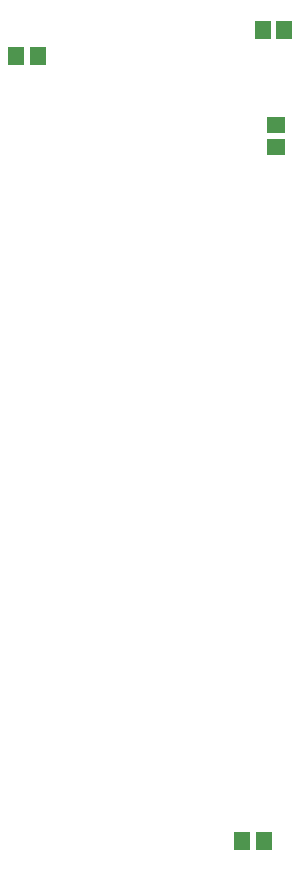
<source format=gbr>
G04*
G04 #@! TF.GenerationSoftware,Altium Limited,Altium Designer,23.10.1 (27)*
G04*
G04 Layer_Color=8421504*
%FSLAX44Y44*%
%MOMM*%
G71*
G04*
G04 #@! TF.SameCoordinates,93BA021C-4F65-4C52-B2D2-680D5BDB3C73*
G04*
G04*
G04 #@! TF.FilePolarity,Positive*
G04*
G01*
G75*
%ADD13R,1.4500X1.6500*%
%ADD14R,1.6500X1.4500*%
D13*
X1130250Y757000D02*
D03*
X1111750D02*
D03*
X902750Y735000D02*
D03*
X921250D02*
D03*
X1094750Y70000D02*
D03*
X1113250D02*
D03*
D14*
X1123000Y657750D02*
D03*
Y676250D02*
D03*
M02*

</source>
